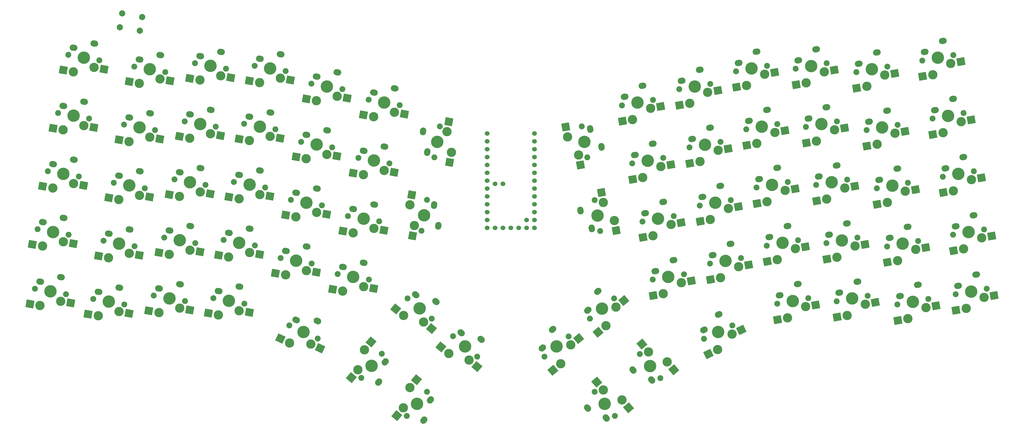
<source format=gbs>
G04 #@! TF.GenerationSoftware,KiCad,Pcbnew,8.0.3*
G04 #@! TF.CreationDate,2024-07-15T09:39:08-04:00*
G04 #@! TF.ProjectId,reJESK,72654a45-534b-42e6-9b69-6361645f7063,1.0*
G04 #@! TF.SameCoordinates,Original*
G04 #@! TF.FileFunction,Soldermask,Bot*
G04 #@! TF.FilePolarity,Negative*
%FSLAX46Y46*%
G04 Gerber Fmt 4.6, Leading zero omitted, Abs format (unit mm)*
G04 Created by KiCad (PCBNEW 8.0.3) date 2024-07-15 09:39:08*
%MOMM*%
%LPD*%
G01*
G04 APERTURE LIST*
G04 Aperture macros list*
%AMHorizOval*
0 Thick line with rounded ends*
0 $1 width*
0 $2 $3 position (X,Y) of the first rounded end (center of the circle)*
0 $4 $5 position (X,Y) of the second rounded end (center of the circle)*
0 Add line between two ends*
20,1,$1,$2,$3,$4,$5,0*
0 Add two circle primitives to create the rounded ends*
1,1,$1,$2,$3*
1,1,$1,$4,$5*%
%AMRotRect*
0 Rectangle, with rotation*
0 The origin of the aperture is its center*
0 $1 length*
0 $2 width*
0 $3 Rotation angle, in degrees counterclockwise*
0 Add horizontal line*
21,1,$1,$2,0,0,$3*%
G04 Aperture macros list end*
%ADD10C,1.900000*%
%ADD11C,3.000000*%
%ADD12C,4.000000*%
%ADD13HorizOval,2.000000X0.246202X-0.043412X-0.246202X0.043412X0*%
%ADD14RotRect,2.550000X2.500000X350.000000*%
%ADD15HorizOval,2.000000X0.246202X0.043412X-0.246202X-0.043412X0*%
%ADD16RotRect,2.550000X2.500000X10.000000*%
%ADD17HorizOval,2.000000X0.226577X-0.105655X-0.226577X0.105655X0*%
%ADD18RotRect,2.550000X2.500000X335.000000*%
%ADD19HorizOval,2.000000X-0.043412X-0.246202X0.043412X0.246202X0*%
%ADD20RotRect,2.550000X2.500000X260.000000*%
%ADD21HorizOval,2.000000X0.191511X-0.160697X-0.191511X0.160697X0*%
%ADD22RotRect,2.550000X2.500000X320.000000*%
%ADD23HorizOval,2.000000X-0.160697X-0.191511X0.160697X0.191511X0*%
%ADD24RotRect,2.550000X2.500000X230.000000*%
%ADD25HorizOval,2.000000X0.043412X-0.246202X-0.043412X0.246202X0*%
%ADD26RotRect,2.550000X2.500000X280.000000*%
%ADD27HorizOval,2.000000X0.226577X0.105655X-0.226577X-0.105655X0*%
%ADD28RotRect,2.550000X2.500000X25.000000*%
%ADD29HorizOval,2.000000X-0.160697X0.191511X0.160697X-0.191511X0*%
%ADD30RotRect,2.550000X2.500000X130.000000*%
%ADD31HorizOval,2.000000X0.191511X0.160697X-0.191511X-0.160697X0*%
%ADD32RotRect,2.550000X2.500000X40.000000*%
%ADD33HorizOval,2.000000X-0.043412X0.246202X0.043412X-0.246202X0*%
%ADD34RotRect,2.550000X2.500000X100.000000*%
%ADD35C,1.524000*%
%ADD36HorizOval,2.000000X0.043412X0.246202X-0.043412X-0.246202X0*%
%ADD37RotRect,2.550000X2.500000X80.000000*%
%ADD38C,2.000000*%
G04 APERTURE END LIST*
D10*
X64201048Y-61804479D03*
D11*
X65816571Y-67252868D03*
D12*
X69203871Y-62686612D03*
D11*
X72511167Y-65854122D03*
D10*
X74206694Y-63568745D03*
D13*
X72587415Y-58124855D03*
D14*
X75736412Y-66422820D03*
X62564736Y-66679482D03*
D13*
X65892820Y-59523601D03*
D10*
X60893049Y-80565067D03*
D11*
X62508572Y-86013456D03*
D12*
X65895872Y-81447200D03*
D11*
X69203168Y-84614710D03*
D10*
X70898695Y-82329333D03*
D13*
X69279416Y-76885443D03*
D14*
X72428413Y-85183408D03*
X59256737Y-85440070D03*
D13*
X62584821Y-78284189D03*
D10*
X57585052Y-99325653D03*
D11*
X59200575Y-104774042D03*
D12*
X62587875Y-100207786D03*
D11*
X65895171Y-103375296D03*
D10*
X67590698Y-101089919D03*
D13*
X65971419Y-95646029D03*
D14*
X69120416Y-103943994D03*
X55948740Y-104200656D03*
D13*
X59276824Y-97044775D03*
D10*
X54277054Y-118086239D03*
D11*
X55892577Y-123534628D03*
D12*
X59279877Y-118968372D03*
D11*
X62587173Y-122135882D03*
D10*
X64282700Y-119850505D03*
D13*
X62663421Y-114406615D03*
D14*
X65812418Y-122704580D03*
X52640742Y-122961242D03*
D13*
X55968826Y-115805361D03*
D10*
X339359844Y-63600119D03*
D11*
X342741398Y-68167388D03*
D12*
X344362667Y-62717986D03*
D11*
X348553861Y-64563309D03*
D10*
X349365490Y-61835853D03*
D15*
X345981946Y-57274096D03*
D16*
X351779106Y-63994613D03*
X339489563Y-68740774D03*
D15*
X340169483Y-60878174D03*
D10*
X342667841Y-82360708D03*
D11*
X346049395Y-86927977D03*
D12*
X347670664Y-81478575D03*
D11*
X351861858Y-83323898D03*
D10*
X352673487Y-80596442D03*
D15*
X349289943Y-76034685D03*
D16*
X355087103Y-82755202D03*
X342797560Y-87501363D03*
D15*
X343477480Y-79638763D03*
D10*
X349283838Y-119881879D03*
D11*
X352665392Y-124449148D03*
D12*
X354286661Y-118999746D03*
D11*
X358477855Y-120845069D03*
D10*
X359289484Y-118117613D03*
D15*
X355905940Y-113555856D03*
D16*
X361703100Y-120276373D03*
X349413557Y-125022534D03*
D15*
X350093477Y-117159934D03*
D10*
X345975840Y-101121295D03*
D11*
X349357394Y-105688564D03*
D12*
X350978663Y-100239162D03*
D11*
X355169857Y-102084485D03*
D10*
X355981486Y-99357029D03*
D15*
X352597942Y-94795272D03*
D16*
X358395102Y-101515789D03*
X346105559Y-106261950D03*
D15*
X346785479Y-98399350D03*
D10*
X135385659Y-149107074D03*
D11*
X135535989Y-154787942D03*
D12*
X139989703Y-151253975D03*
D11*
X142364494Y-155169545D03*
D10*
X144593747Y-153400876D03*
D17*
X144438626Y-147723382D03*
D18*
X145332651Y-156553621D03*
X132543360Y-153392457D03*
D17*
X137610121Y-147341778D03*
D10*
X85463046Y-65553544D03*
D11*
X87078569Y-71001933D03*
D12*
X90465869Y-66435677D03*
D11*
X93773165Y-69603187D03*
D10*
X95468692Y-67317810D03*
D13*
X93849413Y-61873920D03*
D14*
X96998410Y-70171885D03*
X83826734Y-70428547D03*
D13*
X87154818Y-63272666D03*
D10*
X104995500Y-64484071D03*
D11*
X106611023Y-69932460D03*
D12*
X109998323Y-65366204D03*
D11*
X113305619Y-68533714D03*
D10*
X115001146Y-66248337D03*
D13*
X113381867Y-60804447D03*
D14*
X116530864Y-69102412D03*
X103359188Y-69359074D03*
D13*
X106687272Y-62203193D03*
D10*
X124197154Y-65290656D03*
D11*
X125812677Y-70739045D03*
D12*
X129199977Y-66172789D03*
D11*
X132507273Y-69340299D03*
D10*
X134202800Y-67054922D03*
D13*
X132583521Y-61611032D03*
D14*
X135732518Y-69908997D03*
X122560842Y-70165659D03*
D13*
X125888926Y-63009778D03*
D10*
X142516675Y-71100067D03*
D11*
X144132198Y-76548456D03*
D12*
X147519498Y-71982200D03*
D11*
X150826794Y-75149710D03*
D10*
X152522321Y-72864333D03*
D13*
X150903042Y-67420443D03*
D14*
X154052039Y-75718408D03*
X140880363Y-75975070D03*
D13*
X144208447Y-68819189D03*
D10*
X160946463Y-76284122D03*
D11*
X162561986Y-81732511D03*
D12*
X165949286Y-77166255D03*
D11*
X169256582Y-80333765D03*
D10*
X170952109Y-78048388D03*
D13*
X169332830Y-72604498D03*
D14*
X172481827Y-80902463D03*
X159310151Y-81159125D03*
D13*
X162638235Y-74003244D03*
D10*
X82155048Y-84314131D03*
D11*
X83770571Y-89762520D03*
D12*
X87157871Y-85196264D03*
D11*
X90465167Y-88363774D03*
D10*
X92160694Y-86078397D03*
D13*
X90541415Y-80634507D03*
D14*
X93690412Y-88932472D03*
X80518736Y-89189134D03*
D13*
X83846820Y-82033253D03*
D10*
X101687501Y-83244659D03*
D11*
X103303024Y-88693048D03*
D12*
X106690324Y-84126792D03*
D11*
X109997620Y-87294302D03*
D10*
X111693147Y-85008925D03*
D13*
X110073868Y-79565035D03*
D14*
X113222865Y-87863000D03*
X100051189Y-88119662D03*
D13*
X103379273Y-80963781D03*
D10*
X120889156Y-84051245D03*
D11*
X122504679Y-89499634D03*
D12*
X125891979Y-84933378D03*
D11*
X129199275Y-88100888D03*
D10*
X130894802Y-85815511D03*
D13*
X129275523Y-80371621D03*
D14*
X132424520Y-88669586D03*
X119252844Y-88926248D03*
D13*
X122580928Y-81770367D03*
D10*
X139208677Y-89860653D03*
D11*
X140824200Y-95309042D03*
D12*
X144211500Y-90742786D03*
D11*
X147518796Y-93910296D03*
D10*
X149214323Y-91624919D03*
D13*
X147595044Y-86181029D03*
D14*
X150744041Y-94478994D03*
X137572365Y-94735656D03*
D13*
X140900449Y-87579775D03*
D10*
X157638466Y-95044711D03*
D11*
X159253989Y-100493100D03*
D12*
X162641289Y-95926844D03*
D11*
X165948585Y-99094354D03*
D10*
X167644112Y-96808977D03*
D13*
X166024833Y-91365087D03*
D14*
X169173830Y-99663052D03*
X156002154Y-99919714D03*
D13*
X159330238Y-92763833D03*
D10*
X179747878Y-108615132D03*
D11*
X174299489Y-110230655D03*
D12*
X178865745Y-113617955D03*
D11*
X175698235Y-116925251D03*
D10*
X177983612Y-118620778D03*
D19*
X183427502Y-117001499D03*
D20*
X175129537Y-120150496D03*
X174872875Y-106978820D03*
D19*
X182028756Y-110306904D03*
D10*
X78847051Y-103074717D03*
D11*
X80462574Y-108523106D03*
D12*
X83849874Y-103956850D03*
D11*
X87157170Y-107124360D03*
D10*
X88852697Y-104838983D03*
D13*
X87233418Y-99395093D03*
D14*
X90382415Y-107693058D03*
X77210739Y-107949720D03*
D13*
X80538823Y-100793839D03*
D10*
X98379505Y-102005245D03*
D11*
X99995028Y-107453634D03*
D12*
X103382328Y-102887378D03*
D11*
X106689624Y-106054888D03*
D10*
X108385151Y-103769511D03*
D13*
X106765872Y-98325621D03*
D14*
X109914869Y-106623586D03*
X96743193Y-106880248D03*
D13*
X100071277Y-99724367D03*
D10*
X117581159Y-102811830D03*
D11*
X119196682Y-108260219D03*
D12*
X122583982Y-103693963D03*
D11*
X125891278Y-106861473D03*
D10*
X127586805Y-104576096D03*
D13*
X125967526Y-99132206D03*
D14*
X129116523Y-107430171D03*
X115944847Y-107686833D03*
D13*
X119272931Y-100530952D03*
D10*
X135900680Y-108621238D03*
D11*
X137516203Y-114069627D03*
D12*
X140903503Y-109503371D03*
D11*
X144210799Y-112670881D03*
D10*
X145906326Y-110385504D03*
D13*
X144287047Y-104941614D03*
D14*
X147436044Y-113239579D03*
X134264368Y-113496241D03*
D13*
X137592452Y-106340360D03*
D10*
X154330467Y-113805296D03*
D11*
X155945990Y-119253685D03*
D12*
X159333290Y-114687429D03*
D11*
X162640586Y-117854939D03*
D10*
X164336113Y-115569562D03*
D13*
X162716834Y-110125672D03*
D14*
X165865831Y-118423637D03*
X152694155Y-118680299D03*
D13*
X156022239Y-111524418D03*
D10*
X173543826Y-140405779D03*
D11*
X172218716Y-145931984D03*
D12*
X177435332Y-143671140D03*
D11*
X178715780Y-148067932D03*
D10*
X181326838Y-146936501D03*
D21*
X182646446Y-141412315D03*
D22*
X181224575Y-150173062D03*
X169689237Y-143809499D03*
D21*
X176149383Y-139276366D03*
D10*
X75539054Y-121835302D03*
D11*
X77154577Y-127283691D03*
D12*
X80541877Y-122717435D03*
D11*
X83849173Y-125884945D03*
D10*
X85544700Y-123599568D03*
D13*
X83925421Y-118155678D03*
D14*
X87074418Y-126453643D03*
X73902742Y-126710305D03*
D13*
X77230826Y-119554424D03*
D10*
X95071508Y-120765829D03*
D11*
X96687031Y-126214218D03*
D12*
X100074331Y-121647962D03*
D11*
X103381627Y-124815472D03*
D10*
X105077154Y-122530095D03*
D13*
X103457875Y-117086205D03*
D14*
X106606872Y-125384170D03*
X93435196Y-125640832D03*
D13*
X96763280Y-118484951D03*
D10*
X114273161Y-121572417D03*
D11*
X115888684Y-127020806D03*
D12*
X119275984Y-122454550D03*
D11*
X122583280Y-125622060D03*
D10*
X124278807Y-123336683D03*
D13*
X122659528Y-117892793D03*
D14*
X125808525Y-126190758D03*
X112636849Y-126447420D03*
D13*
X115964933Y-119291539D03*
D10*
X132592682Y-127381826D03*
D11*
X134208205Y-132830215D03*
D12*
X137595505Y-128263959D03*
D11*
X140902801Y-131431469D03*
D10*
X142598328Y-129146092D03*
D13*
X140979049Y-123702202D03*
D14*
X144128046Y-132000167D03*
X130956370Y-132256829D03*
D13*
X134284454Y-125100948D03*
D10*
X151022470Y-132565881D03*
D11*
X152637993Y-138014270D03*
D12*
X156025293Y-133448014D03*
D11*
X159332589Y-136615524D03*
D10*
X161028116Y-134330147D03*
D13*
X159408837Y-128886257D03*
D14*
X162557834Y-137184222D03*
X149386158Y-137440884D03*
D13*
X152714242Y-130285003D03*
D10*
X188149003Y-152653003D03*
D11*
X186823893Y-158179208D03*
D12*
X192040509Y-155918364D03*
D11*
X193320957Y-160315156D03*
D10*
X195932015Y-159183725D03*
D21*
X197251623Y-153659539D03*
D22*
X195829752Y-162420286D03*
X184294414Y-156056723D03*
D21*
X190754560Y-151523590D03*
D10*
X53470468Y-137287892D03*
D11*
X55085991Y-142736281D03*
D12*
X58473291Y-138170025D03*
D11*
X61780587Y-141337535D03*
D10*
X63476114Y-139052158D03*
D13*
X61856835Y-133608268D03*
D14*
X65005832Y-141906233D03*
X51834156Y-142162895D03*
D13*
X55162240Y-135007014D03*
D10*
X72231056Y-140595890D03*
D11*
X73846579Y-146044279D03*
D12*
X77233879Y-141478023D03*
D11*
X80541175Y-144645533D03*
D10*
X82236702Y-142360156D03*
D13*
X80617423Y-136916266D03*
D14*
X83766420Y-145214231D03*
X70594744Y-145470893D03*
D13*
X73922828Y-138315012D03*
D10*
X91763510Y-139526416D03*
D11*
X93379033Y-144974805D03*
D12*
X96766333Y-140408549D03*
D11*
X100073629Y-143576059D03*
D10*
X101769156Y-141290682D03*
D13*
X100149877Y-135846792D03*
D14*
X103298874Y-144144757D03*
X90127198Y-144401419D03*
D13*
X93455282Y-137245538D03*
D10*
X110965163Y-140333002D03*
D11*
X112580686Y-145781391D03*
D12*
X115967986Y-141215135D03*
D11*
X119275282Y-144382645D03*
D10*
X120970809Y-142097268D03*
D13*
X119351530Y-136653378D03*
D14*
X122500527Y-144951343D03*
X109328851Y-145208005D03*
D13*
X112656935Y-138052124D03*
D10*
X165180189Y-158321214D03*
D11*
X159653984Y-156996104D03*
D12*
X161914828Y-162212720D03*
D11*
X157518036Y-163493168D03*
D10*
X158649467Y-166104226D03*
D23*
X164173653Y-167423834D03*
D24*
X155412906Y-166001963D03*
X161776469Y-154466625D03*
D23*
X166309602Y-160926771D03*
D10*
X179785367Y-170568439D03*
D11*
X174259162Y-169243329D03*
D12*
X176520006Y-174459945D03*
D11*
X172123214Y-175740393D03*
D10*
X173254645Y-178351451D03*
D23*
X178778831Y-179671059D03*
D24*
X170018084Y-178249188D03*
X176381647Y-166713850D03*
D23*
X180914780Y-173173996D03*
D10*
X270968210Y-129177468D03*
D11*
X274349764Y-133744737D03*
D12*
X275971033Y-128295335D03*
D11*
X280162227Y-130140658D03*
D10*
X280973856Y-127413202D03*
D15*
X277590312Y-122851445D03*
D16*
X283387472Y-129571962D03*
X271097929Y-134318123D03*
D15*
X271777849Y-126455523D03*
D10*
X301873389Y-85040299D03*
D11*
X305254943Y-89607568D03*
D12*
X306876212Y-84158166D03*
D11*
X311067406Y-86003489D03*
D10*
X311879035Y-83276033D03*
D15*
X308495491Y-78714276D03*
D16*
X314292651Y-85434793D03*
X302003108Y-90180954D03*
D15*
X302683028Y-82318354D03*
D10*
X328021838Y-123630944D03*
D11*
X331403392Y-128198213D03*
D12*
X333024661Y-122748811D03*
D11*
X337215855Y-124594134D03*
D10*
X338027484Y-121866678D03*
D15*
X334643940Y-117304921D03*
D16*
X340441100Y-124025438D03*
X328151557Y-128771599D03*
D15*
X328831477Y-120908999D03*
D10*
X261044216Y-72895706D03*
D11*
X264425770Y-77462975D03*
D12*
X266047039Y-72013573D03*
D11*
X270238233Y-73858896D03*
D10*
X271049862Y-71131440D03*
D15*
X267666318Y-66569683D03*
D16*
X273463478Y-73290200D03*
X261173935Y-78036361D03*
D15*
X261853855Y-70173761D03*
D10*
X298565390Y-66279713D03*
D11*
X301946944Y-70846982D03*
D12*
X303568213Y-65397580D03*
D11*
X307759407Y-67242903D03*
D10*
X308571036Y-64515447D03*
D15*
X305187492Y-59953690D03*
D16*
X310984652Y-66674207D03*
X298695109Y-71420368D03*
D15*
X299375029Y-63557768D03*
D10*
X229628529Y-84883099D03*
D11*
X225061260Y-88264653D03*
D12*
X230510662Y-89885922D03*
D11*
X228665339Y-94077116D03*
D10*
X231392795Y-94888745D03*
D25*
X235954552Y-91505201D03*
D26*
X229234035Y-97302361D03*
X224487874Y-85012818D03*
D25*
X232350474Y-85692738D03*
D10*
X285979733Y-104607472D03*
D11*
X289361287Y-109174741D03*
D12*
X290982556Y-103725339D03*
D11*
X295173750Y-105570662D03*
D10*
X295985379Y-102843206D03*
D15*
X292601835Y-98281449D03*
D16*
X298398995Y-105001966D03*
X286109452Y-109748127D03*
D15*
X286789372Y-101885527D03*
D10*
X268972790Y-153432249D03*
D11*
X273421217Y-156968681D03*
D12*
X273576834Y-151285348D03*
D11*
X278102821Y-151983033D03*
D10*
X278180878Y-149138447D03*
D27*
X273731955Y-145607854D03*
D28*
X281070980Y-150598959D03*
X270428589Y-158364167D03*
D27*
X269050351Y-150593502D03*
D10*
X279363736Y-67086297D03*
D11*
X282745290Y-71653566D03*
D12*
X284366559Y-66204164D03*
D11*
X288557753Y-68049487D03*
D10*
X289369382Y-65322031D03*
D15*
X285985838Y-60760274D03*
D16*
X291782998Y-67480791D03*
X279493455Y-72226952D03*
D15*
X280173375Y-64364352D03*
D10*
X240311893Y-178382825D03*
D11*
X242576487Y-173170678D03*
D12*
X237046532Y-174491319D03*
D11*
X236549032Y-169938977D03*
D10*
X233781171Y-170599813D03*
D29*
X231522346Y-175810927D03*
D30*
X234443903Y-167430181D03*
X244698972Y-175700157D03*
D29*
X237549800Y-179042629D03*
D10*
X252538422Y-134361522D03*
D11*
X255919976Y-138928791D03*
D12*
X257541245Y-133479389D03*
D11*
X261732439Y-135324712D03*
D10*
X262544068Y-132597256D03*
D15*
X259160524Y-128035499D03*
D16*
X264957684Y-134756016D03*
X252668141Y-139502177D03*
D15*
X253348061Y-131639577D03*
D10*
X245922426Y-96840351D03*
D11*
X249303980Y-101407620D03*
D12*
X250925249Y-95958218D03*
D11*
X255116443Y-97803541D03*
D10*
X255928072Y-95076085D03*
D15*
X252544528Y-90514328D03*
D16*
X258341688Y-97234845D03*
X246052145Y-101981006D03*
D15*
X246732065Y-94118406D03*
D10*
X308489384Y-122561473D03*
D11*
X311870938Y-127128742D03*
D12*
X313492207Y-121679340D03*
D11*
X317683401Y-123524663D03*
D10*
X318495030Y-120797207D03*
D15*
X315111486Y-116235450D03*
D16*
X320908646Y-122955967D03*
X308619103Y-127702128D03*
D15*
X309299023Y-119839528D03*
D10*
X289287731Y-123368058D03*
D11*
X292669285Y-127935327D03*
D12*
X294290554Y-122485925D03*
D11*
X298481748Y-124331248D03*
D10*
X299293377Y-121603792D03*
D15*
X295909833Y-117042035D03*
D16*
X301706993Y-123762552D03*
X289417450Y-128508713D03*
D15*
X290097370Y-120646113D03*
D10*
X324713840Y-104870358D03*
D11*
X328095394Y-109437627D03*
D12*
X329716663Y-103988225D03*
D11*
X333907857Y-105833548D03*
D10*
X334719486Y-103106092D03*
D15*
X331335942Y-98544335D03*
D16*
X337133102Y-105264852D03*
X324843559Y-110011013D03*
D15*
X325523479Y-102148413D03*
D10*
X321405842Y-86109773D03*
D11*
X324787396Y-90677042D03*
D12*
X326408665Y-85227640D03*
D11*
X330599859Y-87072963D03*
D10*
X331411488Y-84345507D03*
D15*
X328027944Y-79783750D03*
D16*
X333825104Y-86504267D03*
X321535561Y-91250428D03*
D15*
X322215481Y-83387828D03*
D10*
X232239700Y-146967875D03*
D11*
X237451847Y-149232469D03*
D12*
X236131206Y-143702514D03*
D11*
X240683548Y-143205014D03*
D10*
X240022712Y-140437153D03*
D31*
X234811598Y-138178328D03*
D32*
X243192344Y-141099885D03*
X234922368Y-151354954D03*
D31*
X231579896Y-144205782D03*
D10*
X267660212Y-110416880D03*
D11*
X271041766Y-114984149D03*
D12*
X272663035Y-109534747D03*
D11*
X276854229Y-111380070D03*
D10*
X277665858Y-108652614D03*
D15*
X274282314Y-104090857D03*
D16*
X280079474Y-110811374D03*
X267789931Y-115557535D03*
D15*
X268469851Y-107694935D03*
D10*
X264352214Y-91656295D03*
D11*
X267733768Y-96223564D03*
D12*
X269355037Y-90774162D03*
D11*
X273546231Y-92619485D03*
D10*
X274357860Y-89892029D03*
D15*
X270974316Y-85330272D03*
D16*
X276771476Y-92050789D03*
X264481933Y-96796950D03*
D15*
X265161853Y-88934350D03*
D10*
X318097845Y-67349184D03*
D11*
X321479399Y-71916453D03*
D12*
X323100668Y-66467051D03*
D11*
X327291862Y-68312374D03*
D10*
X328103491Y-65584918D03*
D15*
X324719947Y-61023161D03*
D16*
X330517107Y-67743678D03*
X318227564Y-72489839D03*
D15*
X318907484Y-64627239D03*
D10*
X254917069Y-166135601D03*
D11*
X257181663Y-160923454D03*
D12*
X251651708Y-162244095D03*
D11*
X251154208Y-157691753D03*
D10*
X248386347Y-158352589D03*
D29*
X246127522Y-163563703D03*
D30*
X249049079Y-155182957D03*
X259304148Y-163452933D03*
D29*
X252154976Y-166795405D03*
D10*
X249230425Y-115600936D03*
D11*
X252611979Y-120168205D03*
D12*
X254233248Y-114718803D03*
D11*
X258424442Y-116564126D03*
D10*
X259236071Y-113836670D03*
D15*
X255852527Y-109274913D03*
D16*
X261649687Y-115995430D03*
X249360144Y-120741591D03*
D15*
X250040064Y-112878991D03*
D10*
X331329836Y-142391529D03*
D11*
X334711390Y-146958798D03*
D12*
X336332659Y-141509396D03*
D11*
X340523853Y-143354719D03*
D10*
X341335482Y-140627263D03*
D15*
X337951938Y-136065506D03*
D16*
X343749098Y-142786023D03*
X331459555Y-147532184D03*
D15*
X332139475Y-139669584D03*
D10*
X292595727Y-142128643D03*
D11*
X295977281Y-146695912D03*
D12*
X297598550Y-141246510D03*
D11*
X301789744Y-143091833D03*
D10*
X302601373Y-140364377D03*
D15*
X299217829Y-135802620D03*
D16*
X305014989Y-142523137D03*
X292725446Y-147269298D03*
D15*
X293405366Y-139406698D03*
D10*
X235582926Y-118652154D03*
D11*
X240150195Y-115270600D03*
D12*
X234700793Y-113649331D03*
D11*
X236546116Y-109458137D03*
D10*
X233818660Y-108646508D03*
D33*
X229256903Y-112030052D03*
D34*
X235977420Y-106232892D03*
X240723581Y-118522435D03*
D33*
X232860981Y-117842515D03*
D10*
X282671734Y-85846885D03*
D11*
X286053288Y-90414154D03*
D12*
X287674557Y-84964752D03*
D11*
X291865751Y-86810075D03*
D10*
X292677380Y-84082619D03*
D15*
X289293836Y-79520862D03*
D16*
X295090996Y-86241379D03*
X282801453Y-90987540D03*
D15*
X283481373Y-83124940D03*
D10*
X217634522Y-159215101D03*
D11*
X222846669Y-161479695D03*
D12*
X221526028Y-155949740D03*
D11*
X226078370Y-155452240D03*
D10*
X225417534Y-152684379D03*
D31*
X220206420Y-150425554D03*
D32*
X228587166Y-153347111D03*
X220317190Y-163602180D03*
D31*
X216974718Y-156453008D03*
D10*
X311797381Y-141322058D03*
D11*
X315178935Y-145889327D03*
D12*
X316800204Y-140439925D03*
D11*
X320991398Y-142285248D03*
D10*
X321803027Y-139557792D03*
D15*
X318419483Y-134996035D03*
D16*
X324216643Y-141716552D03*
X311927100Y-146462713D03*
D15*
X312607020Y-138600113D03*
D10*
X242614429Y-78079765D03*
D11*
X245995983Y-82647034D03*
D12*
X247617252Y-77197632D03*
D11*
X251808446Y-79042955D03*
D10*
X252620075Y-76315499D03*
D15*
X249236531Y-71753742D03*
D16*
X255033691Y-78474259D03*
X242744148Y-83220420D03*
D15*
X243424068Y-75357820D03*
D10*
X305181386Y-103800885D03*
D11*
X308562940Y-108368154D03*
D12*
X310184209Y-102918752D03*
D11*
X314375403Y-104764075D03*
D10*
X315187032Y-102036619D03*
D15*
X311803488Y-97474862D03*
D16*
X317600648Y-104195379D03*
X305311105Y-108941540D03*
D15*
X305991025Y-101078940D03*
D10*
X350090423Y-139083531D03*
D11*
X353471977Y-143650800D03*
D12*
X355093246Y-138201398D03*
D11*
X359284440Y-140046721D03*
D10*
X360096069Y-137319265D03*
D15*
X356712525Y-132757508D03*
D16*
X362509685Y-139478025D03*
X350220142Y-144224186D03*
D15*
X350900062Y-136361586D03*
D35*
X214406268Y-89689260D03*
X214406268Y-92229260D03*
X214406268Y-94769260D03*
X214406268Y-97309260D03*
X214406268Y-99849260D03*
X214406268Y-102389260D03*
X214406268Y-104929260D03*
X214406268Y-107469260D03*
X214406268Y-110009260D03*
X214406268Y-112549260D03*
X214406268Y-115089260D03*
X214406268Y-117629260D03*
X199186268Y-117629260D03*
X199186268Y-115089260D03*
X199186268Y-112549260D03*
X199186268Y-110009260D03*
X199186268Y-107469260D03*
X199186268Y-104929260D03*
X199186268Y-102389260D03*
X199186268Y-99849260D03*
X199186268Y-97309260D03*
X199186268Y-94769260D03*
X199186268Y-92229260D03*
X199186268Y-89689260D03*
X211874868Y-117629260D03*
X209334868Y-117629260D03*
X206794868Y-117629260D03*
X204254868Y-117629260D03*
X201714868Y-117629260D03*
X211874868Y-115089260D03*
X201714868Y-103405260D03*
X204254868Y-103405260D03*
X214414868Y-87149260D03*
X199174868Y-87149260D03*
D10*
X182173741Y-94857370D03*
D11*
X187622130Y-93241847D03*
D12*
X183055874Y-89854547D03*
D11*
X186223384Y-86547251D03*
D10*
X183938007Y-84851724D03*
D36*
X178494117Y-86471002D03*
D37*
X186792082Y-83322006D03*
X187048744Y-96493682D03*
D36*
X179892863Y-93165598D03*
D38*
X81596355Y-48409087D03*
X87997605Y-49537800D03*
X80814938Y-52840722D03*
X87216189Y-53969435D03*
M02*

</source>
